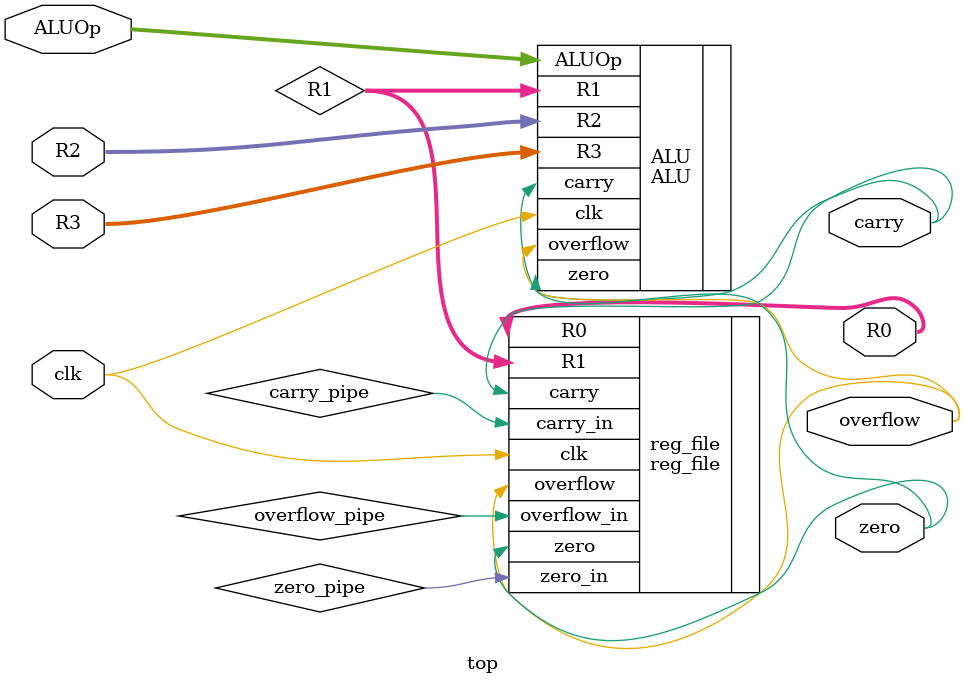
<source format=v>
module top #(
    parameter WIDTH = 32
)(
    input [WIDTH-1:0] R2,
    input [WIDTH-1:0] R3,
    input [2:0] ALUOp,
    input clk,
    output [WIDTH-1:0] R0,
    output overflow,
    output zero,
    output carry
);
   
    wire [WIDTH-1:0] R1;
    wire overflow_pipe;
    wire zero_pipe;
    wire carry_pipe;

    ALU #(
        .WIDTH(WIDTH)
    ) ALU(
        .R2(R2),
        .R3(R3),
        .ALUOp(ALUOp),
        .clk(clk),
        .R1(R1),
        .overflow(overflow),
        .zero(zero),
        .carry(carry)
    );

    reg_file #(
        .WIDTH(WIDTH)
    ) reg_file(
        .R1(R1),
        .overflow_in(overflow_pipe),
        .zero_in(zero_pipe),
        .carry_in(carry_pipe),
        .clk(clk),
        .R0(R0),
        .overflow(overflow),
        .zero(zero),
        .carry(carry)
    );

    
endmodule

</source>
